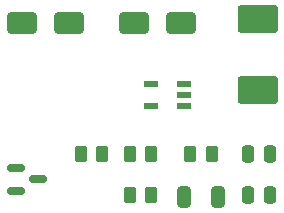
<source format=gbr>
%TF.GenerationSoftware,KiCad,Pcbnew,9.0.4*%
%TF.CreationDate,2025-10-16T10:52:11+01:00*%
%TF.ProjectId,tinySolarSupply,74696e79-536f-46c6-9172-537570706c79,rev?*%
%TF.SameCoordinates,Original*%
%TF.FileFunction,Paste,Top*%
%TF.FilePolarity,Positive*%
%FSLAX46Y46*%
G04 Gerber Fmt 4.6, Leading zero omitted, Abs format (unit mm)*
G04 Created by KiCad (PCBNEW 9.0.4) date 2025-10-16 10:52:11*
%MOMM*%
%LPD*%
G01*
G04 APERTURE LIST*
G04 Aperture macros list*
%AMRoundRect*
0 Rectangle with rounded corners*
0 $1 Rounding radius*
0 $2 $3 $4 $5 $6 $7 $8 $9 X,Y pos of 4 corners*
0 Add a 4 corners polygon primitive as box body*
4,1,4,$2,$3,$4,$5,$6,$7,$8,$9,$2,$3,0*
0 Add four circle primitives for the rounded corners*
1,1,$1+$1,$2,$3*
1,1,$1+$1,$4,$5*
1,1,$1+$1,$6,$7*
1,1,$1+$1,$8,$9*
0 Add four rect primitives between the rounded corners*
20,1,$1+$1,$2,$3,$4,$5,0*
20,1,$1+$1,$4,$5,$6,$7,0*
20,1,$1+$1,$6,$7,$8,$9,0*
20,1,$1+$1,$8,$9,$2,$3,0*%
G04 Aperture macros list end*
%ADD10R,1.175499X0.558000*%
%ADD11RoundRect,0.235000X1.465000X-0.940000X1.465000X0.940000X-1.465000X0.940000X-1.465000X-0.940000X0*%
%ADD12RoundRect,0.250000X0.262500X0.450000X-0.262500X0.450000X-0.262500X-0.450000X0.262500X-0.450000X0*%
%ADD13RoundRect,0.250000X0.250000X0.475000X-0.250000X0.475000X-0.250000X-0.475000X0.250000X-0.475000X0*%
%ADD14RoundRect,0.250000X1.000000X0.650000X-1.000000X0.650000X-1.000000X-0.650000X1.000000X-0.650000X0*%
%ADD15RoundRect,0.250000X-0.262500X-0.450000X0.262500X-0.450000X0.262500X0.450000X-0.262500X0.450000X0*%
%ADD16RoundRect,0.150000X-0.587500X-0.150000X0.587500X-0.150000X0.587500X0.150000X-0.587500X0.150000X0*%
%ADD17RoundRect,0.250000X-0.250000X-0.475000X0.250000X-0.475000X0.250000X0.475000X-0.250000X0.475000X0*%
%ADD18RoundRect,0.250000X0.325000X0.650000X-0.325000X0.650000X-0.325000X-0.650000X0.325000X-0.650000X0*%
G04 APERTURE END LIST*
D10*
%TO.C,U1*%
X120500000Y-144500000D03*
X120500000Y-142599998D03*
X123224902Y-142599998D03*
X123224902Y-143549999D03*
X123224902Y-144500000D03*
%TD*%
D11*
%TO.C,L1*%
X129500000Y-137105000D03*
X129500000Y-143155000D03*
%TD*%
D12*
%TO.C,R3*%
X116325000Y-148500000D03*
X114500000Y-148500000D03*
%TD*%
D13*
%TO.C,C1*%
X128675000Y-148500000D03*
X130575000Y-148500000D03*
%TD*%
D14*
%TO.C,D1*%
X119000000Y-137430000D03*
X123000000Y-137430000D03*
%TD*%
D15*
%TO.C,R4*%
X120500000Y-152000000D03*
X118675000Y-152000000D03*
%TD*%
D12*
%TO.C,R2*%
X120500000Y-148500000D03*
X118675000Y-148500000D03*
%TD*%
%TO.C,R1*%
X125612500Y-148500000D03*
X123787500Y-148500000D03*
%TD*%
D16*
%TO.C,Q1*%
X109000000Y-149725000D03*
X109000000Y-151625000D03*
X110875000Y-150675000D03*
%TD*%
D14*
%TO.C,D2*%
X113500000Y-137430000D03*
X109500000Y-137430000D03*
%TD*%
D17*
%TO.C,C3*%
X128675000Y-152030000D03*
X130575000Y-152030000D03*
%TD*%
D18*
%TO.C,C2*%
X126175000Y-152200000D03*
X123225000Y-152200000D03*
%TD*%
M02*

</source>
